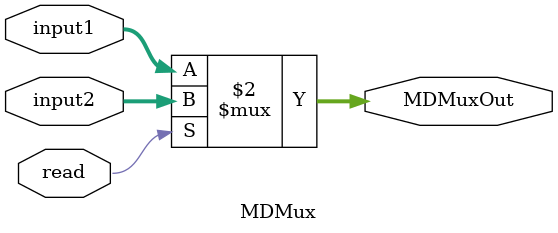
<source format=v>
module MDMux(
input wire [31:0]input1, //BusMuxOut 
input wire [31:0]input2, //Mdatain (if read)
input wire read,
output wire [31:0]MDMuxOut
);
assign MDMuxOut = (read == 1'b0) ? input1 : input2;
endmodule 
</source>
